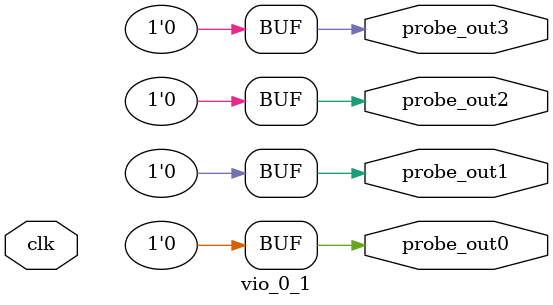
<source format=v>
module vio_0_1 (
clk,
probe_out0,
probe_out1,
probe_out2,
probe_out3
);
input clk;
output reg [0 : 0] probe_out0 = 'h0 ;
output reg [0 : 0] probe_out1 = 'h0 ;
output reg [0 : 0] probe_out2 = 'h0 ;
output reg [0 : 0] probe_out3 = 'h0 ;
endmodule
</source>
